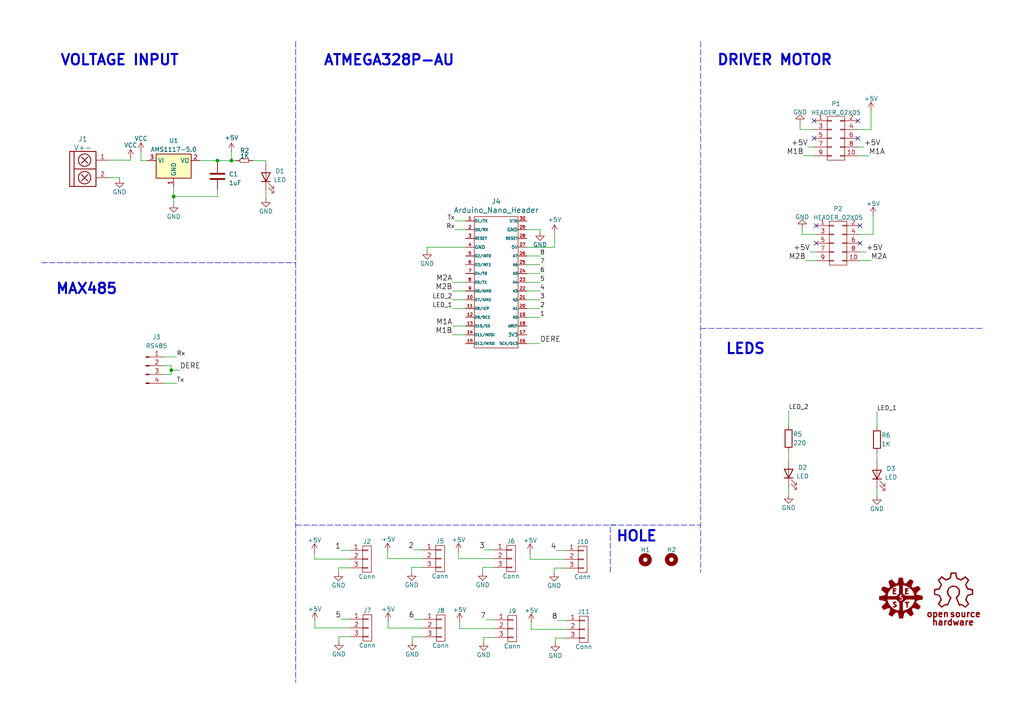
<source format=kicad_sch>
(kicad_sch (version 20230121) (generator eeschema)
  (paper "A4")
  (title_block (title "Driver Motor Shield - Atmega328P-AU") (date "2023-09-11") (rev "2.0") (company "E.E.S.T. N°5") (comment 1 "Autor: Mauricio Falcon") (comment 2 "CURSO: 7MO 3RA"))
  (lib_symbols
    (symbol "2019---Sumo---NANO---BTS7960-rescue:LOGO_ROTULO-EESTN5" (pin_names (offset 1.016))
      (symbol "LOGO_ROTULO-EESTN5_0_0"
        (polyline (pts (xy 1.8034 -2.921) (xy 1.8796 -2.8194) (xy 1.905 -2.6162) (xy 1.9304 -2.2352) (xy 1.9304 -1.7272) (xy 1.9558 -1.5748) (xy 2.032 -1.524) (xy 2.1844 -1.524) (xy 2.3368 -1.4732) (xy 2.4384 -1.3716) (xy 2.413 -1.3208) (xy 2.3368 -1.2446) (xy 2.1336 -1.2192) (xy 1.2954 -1.2192) (xy 1.143 -1.27) (xy 1.1176 -1.3716) (xy 1.143 -1.4478) (xy 1.3716 -1.524) (xy 1.4224 -1.524) (xy 1.524 -1.5494) (xy 1.5748 -1.6256) (xy 1.6002 -1.8542) (xy 1.6256 -2.2352) (xy 1.6256 -2.7432) (xy 1.6764 -2.8956) (xy 1.778 -2.9464) (xy 1.8034 -2.921)) (stroke (width 0.0254)) (fill (type outline)))
        (polyline (pts (xy -1.5748 1.0414) (xy -1.397 1.0922) (xy -1.3208 1.1684) (xy -1.3462 1.1938) (xy -1.4224 1.2954) (xy -1.6764 1.3208) (xy -1.905 1.3462) (xy -2.0066 1.4224) (xy -2.032 1.5748) (xy -2.032 1.7018) (xy -1.9558 1.8034) (xy -1.7272 1.8288) (xy -1.524 1.8796) (xy -1.4224 1.9812) (xy -1.4986 2.1082) (xy -1.7272 2.1336) (xy -1.9558 2.1844) (xy -2.032 2.286) (xy -2.032 2.3114) (xy -1.9558 2.413) (xy -1.6764 2.4384) (xy -1.651 2.4638) (xy -1.4224 2.4892) (xy -1.3208 2.5908) (xy -1.3716 2.6924) (xy -1.524 2.7432) (xy -2.3368 2.7432) (xy -2.3368 1.016) (xy -1.8288 1.016) (xy -1.5748 1.0414)) (stroke (width 0.0254)) (fill (type outline)))
        (polyline (pts (xy 1.9812 1.0414) (xy 2.159 1.0922) (xy 2.2352 1.1684) (xy 2.2098 1.1938) (xy 2.1336 1.2954) (xy 1.8796 1.3208) (xy 1.651 1.3462) (xy 1.5494 1.4224) (xy 1.524 1.5748) (xy 1.524 1.7018) (xy 1.6002 1.8034) (xy 1.8288 1.8288) (xy 2.032 1.8796) (xy 2.1336 1.9812) (xy 2.0574 2.1082) (xy 1.8288 2.1336) (xy 1.6002 2.1844) (xy 1.524 2.286) (xy 1.524 2.3114) (xy 1.6002 2.413) (xy 1.8796 2.4384) (xy 1.905 2.4638) (xy 2.1336 2.4892) (xy 2.2352 2.5908) (xy 2.1844 2.6924) (xy 2.032 2.7432) (xy 1.2192 2.7432) (xy 1.2192 1.016) (xy 1.7272 1.016) (xy 1.9812 1.0414)) (stroke (width 0.0254)) (fill (type outline)))
        (polyline (pts (xy -1.6256 -2.7686) (xy -1.4224 -2.667) (xy -1.27 -2.4892) (xy -1.2446 -2.2606) (xy -1.397 -2.0066) (xy -1.778 -1.778) (xy -1.905 -1.6764) (xy -2.032 -1.524) (xy -2.032 -1.4478) (xy -1.9304 -1.4224) (xy -1.4732 -1.4732) (xy -1.3716 -1.4478) (xy -1.3462 -1.3208) (xy -1.4732 -1.1684) (xy -1.7272 -1.1176) (xy -1.9812 -1.143) (xy -2.1844 -1.27) (xy -2.2606 -1.3208) (xy -2.3368 -1.5748) (xy -2.2352 -1.8288) (xy -1.9304 -2.032) (xy -1.6764 -2.2098) (xy -1.6002 -2.3368) (xy -1.6764 -2.4384) (xy -1.9558 -2.4638) (xy -1.9812 -2.4638) (xy -2.2606 -2.4892) (xy -2.3622 -2.6162) (xy -2.286 -2.7686) (xy -2.159 -2.8194) (xy -1.905 -2.8194) (xy -1.6256 -2.7686)) (stroke (width 0.0254)) (fill (type outline)))
        (polyline (pts (xy 0.762 -5.1816) (xy 0.8128 -4.953) (xy 0.9144 -4.6228) (xy 0.9906 -4.445) (xy 1.0922 -4.318) (xy 1.2446 -4.2418) (xy 1.3716 -4.2164) (xy 1.524 -4.2164) (xy 1.6764 -4.2926) (xy 1.8796 -4.4704) (xy 2.794 -5.3848) (xy 3.2258 -5.1054) (xy 3.3782 -5.0038) (xy 3.556 -4.8514) (xy 3.6576 -4.7498) (xy 3.6068 -4.6482) (xy 3.5306 -4.4196) (xy 3.4036 -4.0894) (xy 3.302 -3.8862) (xy 3.175 -3.5814) (xy 3.1496 -3.3782) (xy 3.2004 -3.2258) (xy 3.429 -2.9972) (xy 3.556 -2.9464) (xy 3.7084 -2.9718) (xy 3.9624 -3.0226) (xy 4.3688 -3.1496) (xy 5.1562 -3.429) (xy 5.4102 -2.9718) (xy 5.5118 -2.8194) (xy 5.6388 -2.5908) (xy 5.6896 -2.4892) (xy 5.6642 -2.4892) (xy 5.5626 -2.3622) (xy 5.3086 -2.1844) (xy 5.0038 -1.9558) (xy 4.6736 -1.6764) (xy 4.445 -1.4732) (xy 4.3942 -1.3208) (xy 4.4196 -1.27) (xy 4.4704 -1.0922) (xy 4.572 -0.9144) (xy 4.7752 -0.762) (xy 5.0292 -0.7112) (xy 5.1308 -0.6858) (xy 5.4356 -0.6604) (xy 5.7658 -0.5842) (xy 6.2992 -0.4826) (xy 6.2992 0.0254) (xy 6.2738 0.0508) (xy 6.2738 0.3048) (xy 6.223 0.4572) (xy 6.096 0.5588) (xy 5.842 0.6096) (xy 5.4356 0.6604) (xy 5.1054 0.7112) (xy 4.7752 0.7874) (xy 4.572 0.8382) (xy 4.4704 0.9398) (xy 4.4196 1.0922) (xy 4.4196 1.2446) (xy 4.5212 1.397) (xy 4.699 1.6256) (xy 5.0292 1.905) (xy 5.1562 2.0066) (xy 5.6134 2.4638) (xy 5.6642 2.54) (xy 5.6642 2.5908) (xy 5.5372 2.7686) (xy 5.334 2.9972) (xy 5.0292 3.3782) (xy 3.4544 2.8194) (xy 3.2258 3.0226) (xy 2.9972 3.2512) (xy 3.302 3.9878) (xy 3.3274 4.0894) (xy 3.4544 4.4196) (xy 3.556 4.6736) (xy 3.5814 4.7752) (xy 3.5052 4.8514) (xy 3.302 4.9784) (xy 3.048 5.1308) (xy 2.8448 5.2324) (xy 2.7178 5.2832) (xy 2.6924 5.2832) (xy 2.5908 5.2324) (xy 2.4384 5.1054) (xy 2.2098 4.8768) (xy 1.8796 4.4958) (xy 1.524 4.1402) (xy 1.3716 4.0894) (xy 1.143 4.1148) (xy 0.889 4.2164) (xy 0.7874 4.3434) (xy 0.7366 4.5974) (xy 0.635 5.0038) (xy 0.4572 5.7912) (xy -0.5842 5.7912) (xy -0.7112 5.1054) (xy -0.8128 4.699) (xy -0.889 4.4196) (xy -0.9652 4.2418) (xy -1.0922 4.1656) (xy -1.2954 4.1148) (xy -1.524 4.1148) (xy -1.6764 4.191) (xy -1.8796 4.3688) (xy -2.1336 4.6736) (xy -2.6924 5.2832) (xy -3.0988 5.0546) (xy -3.2258 4.953) (xy -3.4544 4.8006) (xy -3.556 4.6736) (xy -3.5306 4.5212) (xy -3.4544 4.2164) (xy -3.3528 3.8608) (xy -3.1242 3.175) (xy -3.3528 2.9464) (xy -3.556 2.7178) (xy -4.0386 2.8956) (xy -4.572 3.0734) (xy -4.9022 3.1496) (xy -5.0546 3.1496) (xy -5.2324 3.1242) (xy -5.3594 3.0226) (xy -5.5118 2.7432) (xy -5.5626 2.6162) (xy -5.6388 2.3876) (xy -5.6388 2.2606) (xy -5.5118 2.1336) (xy -5.2832 1.9558) (xy -4.9784 1.7018) (xy -4.7752 1.524) (xy -4.5466 1.3208) (xy -4.4704 1.143) (xy -4.445 0.9906) (xy -4.4704 0.889) (xy -4.5212 0.8128) (xy -4.6228 0.7366) (xy -4.826 0.6858) (xy -5.1562 0.6096) (xy -5.6388 0.508) (xy -6.1722 0.4064) (xy -3.8608 0.4064) (xy -3.8608 0.7874) (xy -3.8354 1.1176) (xy -3.6068 1.6256) (xy -3.2512 2.159) (xy -2.7686 2.6416) (xy -2.6416 2.7432) (xy -2.159 3.048) (xy -1.651 3.3274) (xy -1.1684 3.5052) (xy -0.762 3.556) (xy -0.508 3.556) (xy -0.508 1.1938) (xy -0.5588 1.143) (xy 0.508 1.143) (xy 0.508 3.429) (xy 0.5588 3.5814) (xy 0.6096 3.6322) (xy 0.6858 3.6322) (xy 0.9144 3.5814) (xy 1.1938 3.5052) (xy 1.3462 3.4798) (xy 1.9304 3.2512) (xy 2.4892 2.8702) (xy 2.9972 2.413) (xy 3.429 1.905) (xy 3.7338 1.3716) (xy 3.8608 0.8636) (xy 3.9116 0.5588) (xy 2.5654 0.5334) (xy 2.0066 0.5334) (xy 1.5748 0.5588) (xy 1.2954 0.5842) (xy 1.2192 0.6096) (xy 1.0668 0.762) (xy 0.8636 0.9144) (xy 0.508 1.143) (xy -0.5588 1.143) (xy -0.9398 0.8128) (xy -1.3716 0.4064) (xy -3.8608 0.4064) (xy -6.1722 0.4064) (xy -6.3246 0.381) (xy -6.2992 -0.127) (xy -6.2738 -0.508) (xy -3.9878 -0.508) (xy -1.3208 -0.508) (xy -1.1938 -0.6604) (xy -0.508 -0.6604) (xy -0.4318 -0.5588) (xy -0.127 -0.5334) (xy 0.0762 -0.5334) (xy 0.2032 -0.4826) (xy 0.254 -0.3556) (xy 0.2286 -0.2794) (xy 0.1524 -0.1524) (xy -0.0762 -0.1016) (xy -0.2032 -0.1016) (xy -0.3556 -0.0508) (xy -0.4064 0.1016) (xy -0.4064 0.8128) (xy 0.2286 0.8128) (xy 0.4318 0.762) (xy 0.508 0.6604) (xy 0.4318 0.5588) (xy 0.2032 0.508) (xy 0 0.4826) (xy -0.1016 0.4064) (xy -0.0254 0.2794) (xy 0.2286 0.1524) (xy 0.3556 0.127) (xy 0.508 -0.0254) (xy 0.5842 -0.254) (xy 0.5842 -0.2794) (xy 0.5588 -0.5588) (xy 0.381 -0.7366) (xy 0.3302 -0.762) (xy 0.0508 -0.8636) (xy -0.2286 -0.889) (xy -0.4318 -0.8128) (xy -0.508 -0.6604) (xy -1.1938 -0.6604) (xy -1.016 -0.8636) (xy -0.9144 -0.9652) (xy -0.7112 -1.143) (xy -0.5588 -1.2192) (xy -0.508 -1.2192) (xy -0.4572 -1.3462) (xy -0.4318 -1.5494) (xy -0.4318 -1.9304) (xy -0.4318 -2.032) (xy 0.508 -2.032) (xy 0.5334 -1.5748) (xy 0.5588 -1.2954) (xy 0.5842 -1.2192) (xy 0.6604 -1.1938) (xy 0.8382 -1.0414) (xy 1.0922 -0.8636) (xy 1.4732 -0.508) (xy 4.064 -0.508) (xy 3.9878 -0.8382) (xy 3.9878 -0.889) (xy 3.81 -1.3462) (xy 3.556 -1.8542) (xy 3.2258 -2.3368) (xy 2.921 -2.667) (xy 2.6924 -2.8448) (xy 2.3114 -3.1242) (xy 1.9304 -3.3274) (xy 1.6256 -3.4798) (xy 1.2192 -3.6322) (xy 0.9144 -3.7338) (xy 0.508 -3.8354) (xy 0.508 -2.032) (xy -0.4318 -2.032) (xy -0.4064 -2.4892) (xy -0.4064 -2.8448) (xy -0.4318 -3.302) (xy -0.4572 -3.5814) (xy -0.5588 -3.7084) (xy -0.7366 -3.7592) (xy -0.9906 -3.683) (xy -1.3716 -3.5814) (xy -1.9304 -3.3528) (xy -2.6162 -2.8956) (xy -3.175 -2.286) (xy -3.6322 -1.5748) (xy -3.9116 -0.7874) (xy -3.9878 -0.508) (xy -6.2738 -0.508) (xy -6.2484 -0.635) (xy -5.3848 -0.7874) (xy -5.0546 -0.8382) (xy -4.7498 -0.9144) (xy -4.572 -0.9652) (xy -4.4704 -1.0668) (xy -4.4196 -1.1938) (xy -4.4196 -1.3716) (xy -4.4958 -1.524) (xy -4.6736 -1.7272) (xy -4.9784 -2.032) (xy -5.08 -2.1082) (xy -5.5372 -2.5654) (xy -5.6134 -2.6924) (xy -5.588 -2.7178) (xy -5.4864 -2.8956) (xy -5.3086 -3.1242) (xy -5.0292 -3.4798) (xy -4.2164 -3.2004) (xy -3.8608 -3.0734) (xy -3.6068 -2.9972) (xy -3.429 -2.9972) (xy -3.3274 -3.0226) (xy -3.2258 -3.1242) (xy -3.1496 -3.2258) (xy -3.0988 -3.3274) (xy -3.0988 -3.4798) (xy -3.175 -3.7084) (xy -3.302 -4.1148) (xy -3.3528 -4.2418) (xy -3.4544 -4.572) (xy -3.5306 -4.826) (xy -3.5306 -4.9276) (xy -3.5052 -4.953) (xy -3.302 -5.0546) (xy -3.048 -5.207) (xy -2.5654 -5.461) (xy -2.0574 -4.826) (xy -1.7526 -4.4958) (xy -1.524 -4.318) (xy -1.3462 -4.2418) (xy -1.1684 -4.2418) (xy -1.016 -4.2926) (xy -0.9144 -4.3942) (xy -0.8128 -4.5974) (xy -0.7112 -4.9276) (xy -0.6096 -5.4102) (xy -0.508 -5.9944) (xy 0.5842 -5.9944) (xy 0.762 -5.1816)) (stroke (width 0.0254)) (fill (type outline)))
      )
    )
    (symbol "2019---Sumo---NANO---BTS7960-rescue:OSHWA-EESTN5" (pin_names (offset 1.016))
      (symbol "OSHWA-EESTN5_0_0"
        (polyline (pts (xy 5.7912 2.667) (xy 5.5372 2.7178) (xy 5.4864 2.7432) (xy 5.4864 1.8796) (xy 5.4864 1.8288) (xy 5.4864 1.6002) (xy 5.4864 1.4732) (xy 5.4102 1.3716) (xy 5.2832 1.3208) (xy 5.0038 1.27) (xy 4.6228 1.1938) (xy 4.572 1.1684) (xy 4.318 1.1176) (xy 4.1656 1.0414) (xy 4.0386 0.889) (xy 3.937 0.6604) (xy 3.8354 0.4064) (xy 3.683 0.0762) (xy 3.6068 -0.1778) (xy 3.5814 -0.3556) (xy 3.6322 -0.5334) (xy 3.7592 -0.7366) (xy 3.9116 -0.9906) (xy 4.318 -1.5494) (xy 3.937 -1.9304) (xy 3.5814 -2.3114) (xy 3.048 -1.9558) (xy 2.794 -1.778) (xy 2.5654 -1.651) (xy 2.3876 -1.6256) (xy 2.2098 -1.6256) (xy 1.905 -1.6764) (xy 1.4986 -0.7112) (xy 1.1176 0.2286) (xy 1.397 0.508) (xy 1.5748 0.6604) (xy 1.8034 1.016) (xy 1.9304 1.397) (xy 1.9812 1.8542) (xy 1.9812 1.9304) (xy 1.9558 2.2606) (xy 1.905 2.54) (xy 1.7526 2.8194) (xy 1.4732 3.175) (xy 1.0668 3.5052) (xy 0.5842 3.683) (xy 0.1016 3.7338) (xy -0.4064 3.6576) (xy -0.889 3.429) (xy -1.2954 3.048) (xy -1.3462 2.9972) (xy -1.6256 2.5146) (xy -1.7526 2.0066) (xy -1.7018 1.4986) (xy -1.4986 0.9906) (xy -1.143 0.508) (xy -0.8636 0.2032) (xy -1.2446 -0.7366) (xy -1.651 -1.6764) (xy -1.9558 -1.6256) (xy -2.1082 -1.6256) (xy -2.286 -1.651) (xy -2.4892 -1.7526) (xy -2.7686 -1.9304) (xy -3.2766 -2.2606) (xy -3.6576 -1.905) (xy -4.0132 -1.524) (xy -3.6322 -0.9652) (xy -3.2766 -0.4064) (xy -3.429 0.0254) (xy -3.4544 0.1016) (xy -3.6068 0.508) (xy -3.7338 0.7874) (xy -3.8862 0.9906) (xy -4.0894 1.0922) (xy -4.3688 1.1938) (xy -4.7752 1.27) (xy -5.2578 1.3716) (xy -5.2324 1.905) (xy -5.207 2.413) (xy -4.5212 2.54) (xy -3.8608 2.667) (xy -3.5814 3.2512) (xy -3.556 3.302) (xy -3.4036 3.6068) (xy -3.3274 3.8862) (xy -3.2766 4.0386) (xy -3.3274 4.2164) (xy -3.4544 4.445) (xy -3.6322 4.7244) (xy -3.6576 4.7498) (xy -3.81 5.0292) (xy -3.937 5.207) (xy -3.9878 5.3086) (xy -3.9878 5.334) (xy -3.8862 5.461) (xy -3.7338 5.6388) (xy -3.5306 5.8166) (xy -3.3782 5.969) (xy -3.2766 6.0198) (xy -3.1496 5.9436) (xy -2.9464 5.8166) (xy -2.6924 5.6388) (xy -2.6162 5.588) (xy -2.3622 5.4102) (xy -2.159 5.3086) (xy -2.032 5.2578) (xy -1.8796 5.3086) (xy -1.6256 5.3848) (xy -1.3208 5.5118) (xy -1.2446 5.5372) (xy -0.9144 5.6896) (xy -0.7112 5.842) (xy -0.635 5.969) (xy -0.6096 6.096) (xy -0.5588 6.3754) (xy -0.4826 6.6802) (xy -0.381 7.239) (xy 0.127 7.239) (xy 0.635 7.239) (xy 0.7366 6.731) (xy 0.7874 6.477) (xy 0.8636 6.1722) (xy 0.9398 5.9436) (xy 1.0414 5.8166) (xy 1.1684 5.715) (xy 1.3462 5.6134) (xy 1.4478 5.5626) (xy 1.778 5.4356) (xy 2.032 5.334) (xy 2.1844 5.2832) (xy 2.3114 5.2832) (xy 2.4638 5.334) (xy 2.667 5.4356) (xy 2.9464 5.6388) (xy 3.556 6.0452) (xy 3.937 5.6896) (xy 4.2926 5.3086) (xy 3.9116 4.7498) (xy 3.8354 4.6228) (xy 3.683 4.318) (xy 3.5814 4.0894) (xy 3.6068 3.8354) (xy 3.683 3.5306) (xy 3.8862 3.1496) (xy 4.1148 2.667) (xy 4.7752 2.54) (xy 5.461 2.413) (xy 5.4864 1.8796) (xy 5.4864 2.7432) (xy 5.4102 2.7432) (xy 5.1054 2.8194) (xy 4.8006 2.8956) (xy 4.2926 2.9718) (xy 4.064 3.5306) (xy 3.81 4.0894) (xy 4.2418 4.7244) (xy 4.6736 5.3594) (xy 4.1148 5.9182) (xy 3.5814 6.4516) (xy 2.921 6.0198) (xy 2.286 5.5626) (xy 1.7526 5.7912) (xy 1.1938 6.0452) (xy 1.0922 6.5532) (xy 1.0668 6.8072) (xy 0.9906 7.0866) (xy 0.9652 7.3152) (xy 0.9144 7.5438) (xy 0.127 7.5438) (xy -0.6604 7.5438) (xy -0.762 6.9342) (xy -0.8128 6.6802) (xy -0.889 6.35) (xy -0.9652 6.1214) (xy -1.0922 5.9944) (xy -1.27 5.8928) (xy -1.524 5.7658) (xy -2.032 5.588) (xy -2.667 6.0198) (xy -3.3274 6.477) (xy -3.8608 5.9182) (xy -4.4196 5.3594) (xy -3.9878 4.7244) (xy -3.556 4.0894) (xy -3.7846 3.556) (xy -3.7846 3.5306) (xy -3.8862 3.2766) (xy -3.9878 3.0734) (xy -4.0132 2.9972) (xy -4.0386 2.9718) (xy -4.191 2.9464) (xy -4.445 2.8956) (xy -4.7752 2.8194) (xy -5.5118 2.6924) (xy -5.5118 1.905) (xy -5.5118 1.143) (xy -4.9022 1.016) (xy -4.8768 1.016) (xy -4.5466 0.9652) (xy -4.2926 0.889) (xy -4.1402 0.8382) (xy -4.1148 0.8128) (xy -4.0132 0.6604) (xy -3.8862 0.4318) (xy -3.7592 0.1524) (xy -3.683 -0.1016) (xy -3.6576 -0.3048) (xy -3.7084 -0.4572) (xy -3.8608 -0.6858) (xy -4.0386 -0.9652) (xy -4.4196 -1.524) (xy -3.8862 -2.0828) (xy -3.7846 -2.2098) (xy -3.556 -2.413) (xy -3.3782 -2.5654) (xy -3.3274 -2.6162) (xy -3.302 -2.6162) (xy -3.2004 -2.54) (xy -2.9972 -2.413) (xy -2.7178 -2.2352) (xy -2.5654 -2.1082) (xy -2.3368 -1.9558) (xy -2.1844 -1.905) (xy -2.0574 -1.905) (xy -1.905 -1.9304) (xy -1.7018 -2.0066) (xy -1.5748 -2.0574) (xy -1.5494 -2.032) (xy -1.4732 -1.8796) (xy -1.3462 -1.6256) (xy -1.1684 -1.27) (xy -0.9906 -0.8636) (xy -0.4826 0.3556) (xy -0.8382 0.6604) (xy -1.016 0.8128) (xy -1.27 1.2192) (xy -1.4224 1.651) (xy -1.4224 2.1082) (xy -1.2954 2.5146) (xy -1.0922 2.8956) (xy -0.762 3.2004) (xy -0.3556 3.4036) (xy 0.1524 3.4798) (xy 0.4826 3.429) (xy 0.9144 3.2766) (xy 1.27 2.9718) (xy 1.5494 2.5908) (xy 1.6764 2.159) (xy 1.6764 1.8288) (xy 1.6256 1.4478) (xy 1.4732 1.0922) (xy 1.1684 0.762) (xy 0.762 0.3556) (xy 1.2446 -0.8128) (xy 1.3208 -1.016) (xy 1.4732 -1.397) (xy 1.6256 -1.7272) (xy 1.7272 -1.9558) (xy 1.778 -2.0574) (xy 1.8796 -2.0828) (xy 2.032 -2.0066) (xy 2.1844 -1.905) (xy 2.3114 -1.8796) (xy 2.4892 -1.905) (xy 2.7178 -2.032) (xy 3.0226 -2.2352) (xy 3.5814 -2.6416) (xy 4.1402 -2.0828) (xy 4.6736 -1.524) (xy 4.2926 -0.9652) (xy 4.2164 -0.8636) (xy 4.064 -0.6096) (xy 3.937 -0.381) (xy 3.8862 -0.2794) (xy 3.8862 -0.254) (xy 3.937 -0.0762) (xy 4.0386 0.1778) (xy 4.1402 0.4572) (xy 4.2418 0.6858) (xy 4.318 0.7874) (xy 4.3434 0.8128) (xy 4.4958 0.8636) (xy 4.7498 0.9398) (xy 5.08 1.016) (xy 5.7912 1.143) (xy 5.7912 1.905) (xy 5.7912 2.667) (xy 5.7912 2.667)) (stroke (width 0.0254)) (fill (type outline)))
        (text "hardware" (at -0.0254 -6.858 0) (effects (font (size 1.778 1.778) bold)))
        (text "open" (at -4.445 -4.445 0) (effects (font (size 1.778 1.778) bold)))
        (text "source" (at 3.556 -4.445 0) (effects (font (size 1.778 1.778) bold)))
      )
    )
    (symbol "Connector:Conn_01x04_Pin" (pin_names (offset 1.016) hide)
      (property "Reference" "J" (at 0 5.08 0))
      (property "Value" "Conn_01x04_Pin" (at 0 -7.62 0))
      (symbol "Conn_01x04_Pin_1_1"
        (polyline (pts (xy 1.27 -5.08) (xy 0.8636 -5.08)) (stroke (width 0.1524)))
        (polyline (pts (xy 1.27 -2.54) (xy 0.8636 -2.54)) (stroke (width 0.1524)))
        (polyline (pts (xy 1.27 0) (xy 0.8636 0)) (stroke (width 0.1524)))
        (polyline (pts (xy 1.27 2.54) (xy 0.8636 2.54)) (stroke (width 0.1524)))
        (rectangle (start 0.8636 -4.953) (end 0 -5.207) (stroke (width 0.1524)) (fill (type outline)))
        (rectangle (start 0.8636 -2.413) (end 0 -2.667) (stroke (width 0.1524)) (fill (type outline)))
        (rectangle (start 0.8636 0.127) (end 0 -0.127) (stroke (width 0.1524)) (fill (type outline)))
        (rectangle (start 0.8636 2.667) (end 0 2.413) (stroke (width 0.1524)) (fill (type outline)))
        (pin passive line (at 5.08 2.54 180) (length 3.81) (name "Pin_1") (number "1"))
        (pin passive line (at 5.08 0 180) (length 3.81) (name "Pin_2") (number "2"))
        (pin passive line (at 5.08 -2.54 180) (length 3.81) (name "Pin_3") (number "3"))
        (pin passive line (at 5.08 -5.08 180) (length 3.81) (name "Pin_4") (number "4"))
      )
    )
    (symbol "Device:C" (pin_numbers hide) (pin_names (offset 0.254))
      (property "Reference" "C" (at 0.635 2.54 0))
      (property "Value" "C" (at 0.635 -2.54 0))
      (symbol "C_0_1"
        (polyline (pts (xy -2.032 -0.762) (xy 2.032 -0.762)) (stroke (width 0.508)))
        (polyline (pts (xy -2.032 0.762) (xy 2.032 0.762)) (stroke (width 0.508)))
      )
      (symbol "C_1_1"
        (pin passive line (at 0 3.81 270) (length 2.794) (name "~") (number "1"))
        (pin passive line (at 0 -3.81 90) (length 2.794) (name "~") (number "2"))
      )
    )
    (symbol "Device:LED" (pin_numbers hide) (pin_names (offset 1.016) hide)
      (property "Reference" "D" (at 0 2.54 0))
      (property "Value" "LED" (at 0 -2.54 0))
      (symbol "LED_0_1"
        (polyline (pts (xy -1.27 -1.27) (xy -1.27 1.27)) (stroke (width 0.254)))
        (polyline (pts (xy -1.27 0) (xy 1.27 0)))
        (polyline (pts (xy 1.27 -1.27) (xy 1.27 1.27) (xy -1.27 0) (xy 1.27 -1.27)) (stroke (width 0.254)))
        (polyline (pts (xy -3.048 -0.762) (xy -4.572 -2.286) (xy -3.81 -2.286) (xy -4.572 -2.286) (xy -4.572 -1.524)))
        (polyline (pts (xy -1.778 -0.762) (xy -3.302 -2.286) (xy -2.54 -2.286) (xy -3.302 -2.286) (xy -3.302 -1.524)))
      )
      (symbol "LED_1_1"
        (pin passive line (at -3.81 0 0) (length 2.54) (name "K") (number "1"))
        (pin passive line (at 3.81 0 180) (length 2.54) (name "A") (number "2"))
      )
    )
    (symbol "Device:R" (pin_numbers hide) (pin_names (offset 0))
      (property "Reference" "R" (at 2.032 0 90))
      (property "Value" "R" (at 0 0 90))
      (symbol "R_0_1"
        (rectangle (start -1.016 -2.54) (end 1.016 2.54) (stroke (width 0.254)))
      )
      (symbol "R_1_1"
        (pin passive line (at 0 3.81 270) (length 1.27) (name "~") (number "1"))
        (pin passive line (at 0 -3.81 90) (length 1.27) (name "~") (number "2"))
      )
    )
    (symbol "EESTN5-v2:Arduino_Nano_Header" (pin_names (offset 0.0254))
      (property "Reference" "J" (at 0 20.32 0))
      (property "Value" "Arduino_Nano_Header" (at 0 -20.32 0))
      (symbol "Arduino_Nano_Header_0_1"
        (rectangle (start 6.35 -19.05) (end -6.35 19.05))
      )
      (symbol "Arduino_Nano_Header_1_1"
        (pin passive line (at -8.89 17.78 0) (length 2.54) (name "D1/TX") (number "1"))
        (pin passive line (at -8.89 -5.08 0) (length 2.54) (name "D7/AIN1") (number "10"))
        (pin passive line (at -8.89 -7.62 0) (length 2.54) (name "D8/ICP") (number "11"))
        (pin passive line (at -8.89 -10.16 0) (length 2.54) (name "D9/0C1") (number "12"))
        (pin passive line (at -8.89 -12.7 0) (length 2.54) (name "D10/SS") (number "13"))
        (pin passive line (at -8.89 -15.24 0) (length 2.54) (name "D11/MOSI") (number "14"))
        (pin passive line (at -8.89 -17.78 0) (length 2.54) (name "D12/MISO") (number "15"))
        (pin passive line (at 8.89 -17.78 180) (length 2.54) (name "SCK/D13") (number "16"))
        (pin passive line (at 8.89 -15.24 180) (length 2.54) (name "3V3") (number "17"))
        (pin passive line (at 8.89 -12.7 180) (length 2.54) (name "AREF") (number "18"))
        (pin passive line (at 8.89 -10.16 180) (length 2.54) (name "A0") (number "19"))
        (pin passive line (at -8.89 15.24 0) (length 2.54) (name "D0/RX") (number "2"))
        (pin passive line (at 8.89 -7.62 180) (length 2.54) (name "A1") (number "20"))
        (pin passive line (at 8.89 -5.08 180) (length 2.54) (name "A2") (number "21"))
        (pin passive line (at 8.89 -2.54 180) (length 2.54) (name "A3") (number "22"))
        (pin passive line (at 8.89 0 180) (length 2.54) (name "A4") (number "23"))
        (pin passive line (at 8.89 2.54 180) (length 2.54) (name "A5") (number "24"))
        (pin passive line (at 8.89 5.08 180) (length 2.54) (name "A6") (number "25"))
        (pin passive line (at 8.89 7.62 180) (length 2.54) (name "A7") (number "26"))
        (pin passive line (at 8.89 10.16 180) (length 2.54) (name "5V") (number "27"))
        (pin passive line (at 8.89 12.7 180) (length 2.54) (name "RESET") (number "28"))
        (pin passive line (at 8.89 15.24 180) (length 2.54) (name "GND") (number "29"))
        (pin passive line (at -8.89 12.7 0) (length 2.54) (name "RESET") (number "3"))
        (pin passive line (at 8.89 17.78 180) (length 2.54) (name "VIN") (number "30"))
        (pin passive line (at -8.89 10.16 0) (length 2.54) (name "GND") (number "4"))
        (pin passive line (at -8.89 7.62 0) (length 2.54) (name "D2/INT0") (number "5"))
        (pin passive line (at -8.89 5.08 0) (length 2.54) (name "D3/INT1") (number "6"))
        (pin passive line (at -8.89 2.54 0) (length 2.54) (name "D4/T0") (number "7"))
        (pin passive line (at -8.89 0 0) (length 2.54) (name "D5/T1") (number "8"))
        (pin passive line (at -8.89 -2.54 0) (length 2.54) (name "D6/AIN0") (number "9"))
      )
    )
    (symbol "EESTN5-v2:HEADER_02X05" (pin_names (offset 0.0254) hide)
      (property "Reference" "P" (at 0 7.62 0))
      (property "Value" "HEADER_02X05" (at 0 -7.62 0))
      (symbol "HEADER_02X05_0_1"
        (rectangle (start -2.54 -4.953) (end -1.27 -5.207))
        (rectangle (start -2.54 -2.413) (end -1.27 -2.667))
        (rectangle (start -2.54 0.127) (end -1.27 -0.127))
        (rectangle (start -2.54 2.667) (end -1.27 2.413))
        (rectangle (start -2.54 5.207) (end -1.27 4.953))
        (rectangle (start -2.54 6.35) (end 2.54 -6.35))
        (rectangle (start 1.27 -4.953) (end 2.54 -5.207))
        (rectangle (start 1.27 -2.413) (end 2.54 -2.667))
        (rectangle (start 1.27 0.127) (end 2.54 -0.127))
        (rectangle (start 1.27 2.667) (end 2.54 2.413))
        (rectangle (start 1.27 5.207) (end 2.54 4.953))
      )
      (symbol "HEADER_02X05_1_1"
        (pin passive line (at -6.35 5.08 0) (length 3.81) (name "P1") (number "1"))
        (pin passive line (at 6.35 -5.08 180) (length 3.81) (name "P10") (number "10"))
        (pin passive line (at 6.35 5.08 180) (length 3.81) (name "P2") (number "2"))
        (pin passive line (at -6.35 2.54 0) (length 3.81) (name "P3") (number "3"))
        (pin passive line (at 6.35 2.54 180) (length 3.81) (name "P4") (number "4"))
        (pin passive line (at -6.35 0 0) (length 3.81) (name "P5") (number "5"))
        (pin passive line (at 6.35 0 180) (length 3.81) (name "P6") (number "6"))
        (pin passive line (at -6.35 -2.54 0) (length 3.81) (name "P7") (number "7"))
        (pin passive line (at 6.35 -2.54 180) (length 3.81) (name "P8") (number "8"))
        (pin passive line (at -6.35 -5.08 0) (length 3.81) (name "P9") (number "9"))
      )
    )
    (symbol "EESTN5-v2:Mounting_Hole" (pin_names (offset 1.016))
      (property "Reference" "H" (at 0 5.08 0))
      (symbol "Mounting_Hole_0_1"
        (circle (center 0 0) (radius 1.27) (stroke (width 1.27)))
      )
    )
    (symbol "EESTN5-v2:TB_1X2" (pin_names (offset 1.016))
      (property "Reference" "J" (at 0 7.62 0))
      (property "Value" "TB_1X2" (at 1.27 -7.62 0))
      (symbol "TB_1X2_0_1"
        (rectangle (start -2.54 5.08) (end 5.08 -5.08) (stroke (width 0.254)))
        (polyline (pts (xy -1.27 0) (xy 5.08 0)) (stroke (width 0.254)))
        (polyline (pts (xy -1.27 5.08) (xy -1.27 -5.08)) (stroke (width 0.254)))
        (polyline (pts (xy 0.889 -3.429) (xy 2.667 -1.651)) (stroke (width 0.254)))
        (polyline (pts (xy 0.889 -1.651) (xy 2.667 -3.429)) (stroke (width 0.254)))
        (polyline (pts (xy 0.889 1.651) (xy 2.667 3.429)) (stroke (width 0.254)))
        (polyline (pts (xy 0.889 3.429) (xy 2.667 1.651)) (stroke (width 0.254)))
        (circle (center 1.778 -2.54) (radius 1.8034) (stroke (width 0.254)))
        (circle (center 1.778 2.54) (radius 1.8034) (stroke (width 0.254)))
      )
      (symbol "TB_1X2_1_1"
        (pin input line (at 8.89 2.54 180) (length 3.81) (name "~") (number "1"))
        (pin input line (at 8.89 -2.54 180) (length 3.81) (name "~") (number "2"))
      )
    )
    (symbol "EESTN5:R" (pin_numbers hide) (pin_names (offset 0))
      (property "Reference" "R" (at -1.27 0 90))
      (property "Value" "R" (at 1.27 0 90))
      (symbol "R_0_1"
        (rectangle (start 0.508 1.27) (end -0.508 -1.27))
      )
      (symbol "R_1_1"
        (pin passive line (at 0 2.54 270) (length 1.27) (name "~") (number "1"))
        (pin passive line (at 0 -2.54 90) (length 1.27) (name "~") (number "2"))
      )
    )
    (symbol "Regulator_Linear:AMS1117-5.0"
      (property "Reference" "U" (at -3.81 3.175 0))
      (property "Value" "AMS1117-5.0" (at 0 3.175 0))
      (symbol "AMS1117-5.0_0_1"
        (rectangle (start -5.08 -5.08) (end 5.08 1.905) (stroke (width 0.254)) (fill (type background)))
      )
      (symbol "AMS1117-5.0_1_1"
        (pin power_in line (at 0 -7.62 90) (length 2.54) (name "GND") (number "1"))
        (pin power_out line (at 7.62 0 180) (length 2.54) (name "VO") (number "2"))
        (pin power_in line (at -7.62 0 0) (length 2.54) (name "VI") (number "3"))
      )
    )
    (symbol "Sensor_Linea_Bonaerenses-rescue:Conn_01X03" (pin_names (offset 1.016) hide)
      (property "Reference" "J" (at 0 5.08 0))
      (property "Value" "Conn_01X03" (at 0 -5.08 0))
      (symbol "Conn_01X03_0_1"
        (rectangle (start -1.27 -2.413) (end 0.254 -2.667))
        (rectangle (start -1.27 0.127) (end 0.254 -0.127))
        (rectangle (start -1.27 2.667) (end 0.254 2.413))
        (rectangle (start -1.27 3.81) (end 1.27 -3.81))
      )
      (symbol "Conn_01X03_1_1"
        (pin passive line (at -5.08 2.54 0) (length 3.81) (name "P1") (number "1"))
        (pin passive line (at -5.08 0 0) (length 3.81) (name "P2") (number "2"))
        (pin passive line (at -5.08 -2.54 0) (length 3.81) (name "P3") (number "3"))
      )
    )
    (symbol "power:+5V" (power) (pin_names (offset 0))
      (property "Value" "+5V" (at 0 3.556 0))
      (symbol "+5V_0_1"
        (polyline (pts (xy -0.762 1.27) (xy 0 2.54)))
        (polyline (pts (xy 0 0) (xy 0 2.54)))
        (polyline (pts (xy 0 2.54) (xy 0.762 1.27)))
      )
      (symbol "+5V_1_1"
        (pin power_in line (at 0 0 90) (length 0) hide (name "+5V") (number "1"))
      )
    )
    (symbol "power:GND" (power) (pin_names (offset 0))
      (property "Value" "GND" (at 0 -3.81 0))
      (symbol "GND_0_1"
        (polyline (pts (xy 0 0) (xy 0 -1.27) (xy 1.27 -1.27) (xy 0 -2.54) (xy -1.27 -1.27) (xy 0 -1.27)))
      )
      (symbol "GND_1_1"
        (pin power_in line (at 0 0 270) (length 0) hide (name "GND") (number "1"))
      )
    )
    (symbol "power:VCC" (power) (pin_names (offset 0))
      (property "Value" "VCC" (at 0 3.81 0))
      (symbol "VCC_0_1"
        (polyline (pts (xy -0.762 1.27) (xy 0 2.54)))
        (polyline (pts (xy 0 0) (xy 0 2.54)))
        (polyline (pts (xy 0 2.54) (xy 0.762 1.27)))
      )
      (symbol "VCC_1_1"
        (pin power_in line (at 0 0 90) (length 0) hide (name "VCC") (number "1"))
      )
    )
  )
  (junction (at 50.3682 56.9976))
  (junction (at 67.1322 46.5836))
  (junction (at 49.6824 107.3658))
  (junction (at 63.0682 46.5836))
  (no_connect (at 236.728 65.4558))
  (no_connect (at 236.1184 40.1066))
  (no_connect (at 249.428 70.5358))
  (no_connect (at 248.8184 35.0266))
  (no_connect (at 236.728 70.5358))
  (no_connect (at 249.428 65.4558))
  (no_connect (at 236.1184 35.0266))
  (no_connect (at 248.8184 40.1066))
  (wire (pts (xy 34.671 51.5366) (xy 34.671 51.8668)))
  (wire (pts (xy 236.728 73.0758) (xy 234.95 73.0758)))
  (wire (pts (xy 232.664 67.9958) (xy 232.664 66.2178)))
  (wire (pts (xy 67.1322 46.5836) (xy 68.326 46.5836)))
  (wire (pts (xy 164.2364 179.9844) (xy 161.6964 179.9844)))
  (wire (pts (xy 248.8184 42.6466) (xy 250.5964 42.6466)))
  (wire (pts (xy 51.2318 103.5304) (xy 47.4218 103.5304)))
  (wire (pts (xy 228.727 119.0752) (xy 228.727 123.3932)))
  (wire (pts (xy 152.8064 86.9442) (xy 156.6164 86.9442)))
  (wire (pts (xy 112.4204 162.0266) (xy 112.4204 160.1216)))
  (wire (pts (xy 153.7462 162.2298) (xy 153.7462 160.3248)))
  (wire (pts (xy 152.8064 74.2442) (xy 156.6164 74.2442)))
  (wire (pts (xy 50.3682 56.9976) (xy 50.3682 54.2036)))
  (wire (pts (xy 123.8758 71.7042) (xy 123.8758 72.644)))
  (polyline (pts (xy 177.0126 165.9636) (xy 177.0126 152.2984)) (stroke (width 0) (type dash)))
  (wire (pts (xy 233.0704 45.1866) (xy 236.1184 45.1866)))
  (wire (pts (xy 131.2164 94.5642) (xy 135.0264 94.5642)))
  (wire (pts (xy 131.2164 86.9442) (xy 135.0264 86.9442)))
  (wire (pts (xy 101.3714 159.6136) (xy 98.8314 159.6136)))
  (wire (pts (xy 73.406 46.5836) (xy 77.1144 46.5836)))
  (wire (pts (xy 77.1144 46.5836) (xy 77.1144 47.5742)))
  (wire (pts (xy 31.6484 46.4566) (xy 37.8968 46.4566)))
  (wire (pts (xy 254.3556 119.38) (xy 254.3556 123.698)))
  (wire (pts (xy 154.0764 182.5244) (xy 154.0764 180.6194)))
  (wire (pts (xy 47.4218 106.0704) (xy 49.6824 106.0704)))
  (wire (pts (xy 101.3714 164.6936) (xy 98.1964 164.6936)))
  (wire (pts (xy 135.0264 81.8642) (xy 131.2164 81.8642)))
  (wire (pts (xy 152.8064 89.4842) (xy 156.6164 89.4842)))
  (wire (pts (xy 49.6824 107.3658) (xy 52.1462 107.3658)))
  (wire (pts (xy 143.4846 182.3212) (xy 133.3246 182.3212)))
  (wire (pts (xy 254.3556 131.318) (xy 254.3556 133.858)))
  (wire (pts (xy 228.727 131.0132) (xy 228.727 133.5532)))
  (wire (pts (xy 122.7328 179.6288) (xy 120.1928 179.6288)))
  (wire (pts (xy 40.9194 46.5836) (xy 42.7482 46.5836)))
  (wire (pts (xy 253.238 67.9958) (xy 249.428 67.9958)))
  (wire (pts (xy 63.0682 56.9976) (xy 50.3682 56.9976)))
  (polyline (pts (xy 203.2 95.25) (xy 284.9626 95.25)) (stroke (width 0) (type dash)))
  (polyline (pts (xy 203.2 12.0396) (xy 203.2 165.989)) (stroke (width 0) (type dash)))
  (wire (pts (xy 101.473 184.658) (xy 98.298 184.658)))
  (polyline (pts (xy 177.0126 152.2984) (xy 203.2254 152.2984)) (stroke (width 0) (type dash)))
  (wire (pts (xy 234.3404 42.6466) (xy 236.1184 42.6466)))
  (wire (pts (xy 252.6284 32.1818) (xy 252.6284 37.5666)))
  (wire (pts (xy 164.2364 185.0644) (xy 161.0614 185.0644)))
  (wire (pts (xy 98.298 184.658) (xy 98.298 185.928)))
  (wire (pts (xy 50.3682 56.9976) (xy 50.3682 59.0296)))
  (polyline (pts (xy 12.065 76.2) (xy 85.7504 76.2)) (stroke (width 0) (type dash)))
  (wire (pts (xy 152.8064 81.8642) (xy 156.6164 81.8642)))
  (wire (pts (xy 152.8064 79.3242) (xy 156.6164 79.3242)))
  (wire (pts (xy 119.5578 184.7088) (xy 119.5578 185.9788)))
  (wire (pts (xy 123.8758 71.7042) (xy 135.0264 71.7042)))
  (wire (pts (xy 122.5804 164.5666) (xy 119.4054 164.5666)))
  (wire (pts (xy 152.8064 84.4042) (xy 156.6164 84.4042)))
  (wire (pts (xy 139.9794 164.5666) (xy 139.9794 165.8366)))
  (wire (pts (xy 131.2164 97.1042) (xy 135.0264 97.1042)))
  (wire (pts (xy 135.0264 84.4042) (xy 131.2164 84.4042)))
  (wire (pts (xy 91.2114 162.1536) (xy 91.2114 160.2486)))
  (wire (pts (xy 233.68 75.6158) (xy 236.728 75.6158)))
  (polyline (pts (xy 85.7504 12.0142) (xy 85.7504 197.9168)) (stroke (width 0) (type dash)))
  (wire (pts (xy 101.3714 162.1536) (xy 91.2114 162.1536)))
  (wire (pts (xy 232.664 67.9958) (xy 236.728 67.9958)))
  (wire (pts (xy 40.894 43.9928) (xy 40.894 46.5328)))
  (wire (pts (xy 122.5804 159.4866) (xy 120.0404 159.4866)))
  (wire (pts (xy 228.727 141.1732) (xy 228.727 143.4592)))
  (wire (pts (xy 91.313 182.118) (xy 91.313 180.213)))
  (wire (pts (xy 152.8064 66.6242) (xy 156.6164 66.6242)))
  (wire (pts (xy 112.5728 182.1688) (xy 112.5728 180.2638)))
  (wire (pts (xy 163.9062 162.2298) (xy 153.7462 162.2298)))
  (wire (pts (xy 164.2364 182.5244) (xy 154.0764 182.5244)))
  (wire (pts (xy 77.1144 55.1942) (xy 77.1144 57.4802)))
  (wire (pts (xy 156.6164 99.6442) (xy 152.8064 99.6442)))
  (wire (pts (xy 131.9022 66.6242) (xy 135.0264 66.6242)))
  (wire (pts (xy 249.428 73.0758) (xy 251.206 73.0758)))
  (wire (pts (xy 163.9062 164.7698) (xy 160.7312 164.7698)))
  (wire (pts (xy 249.428 75.6158) (xy 252.603 75.6158)))
  (wire (pts (xy 252.6284 37.5666) (xy 248.8184 37.5666)))
  (wire (pts (xy 133.3246 182.3212) (xy 133.3246 180.4162)))
  (wire (pts (xy 160.7312 164.7698) (xy 160.7312 166.0398)))
  (wire (pts (xy 248.8184 45.1866) (xy 251.9934 45.1866)))
  (wire (pts (xy 37.8968 46.4566) (xy 37.8968 45.9232)))
  (wire (pts (xy 51.2318 111.1504) (xy 47.4218 111.1504)))
  (wire (pts (xy 49.6824 108.6104) (xy 47.4218 108.6104)))
  (wire (pts (xy 254.3556 141.478) (xy 254.3556 143.764)))
  (wire (pts (xy 63.0682 46.5836) (xy 67.1322 46.5836)))
  (wire (pts (xy 253.238 62.611) (xy 253.238 67.9958)))
  (wire (pts (xy 163.9062 159.6898) (xy 161.3662 159.6898)))
  (wire (pts (xy 152.8064 71.7042) (xy 160.8582 71.7042)))
  (wire (pts (xy 122.7328 182.1688) (xy 112.5728 182.1688)))
  (wire (pts (xy 119.4054 164.5666) (xy 119.4054 165.8366)))
  (wire (pts (xy 161.0614 185.0644) (xy 161.0614 186.3344)))
  (wire (pts (xy 63.0682 54.9656) (xy 63.0682 56.9976)))
  (wire (pts (xy 98.1964 164.6936) (xy 98.1964 165.9636)))
  (wire (pts (xy 57.9882 46.5836) (xy 63.0682 46.5836)))
  (wire (pts (xy 40.9194 46.5328) (xy 40.9194 46.5836)))
  (wire (pts (xy 101.473 179.578) (xy 98.933 179.578)))
  (wire (pts (xy 140.3096 184.8612) (xy 140.3096 186.1312)))
  (wire (pts (xy 143.4846 179.7812) (xy 140.9446 179.7812)))
  (wire (pts (xy 67.1322 44.0436) (xy 67.1322 46.5836)))
  (wire (pts (xy 232.0544 37.5666) (xy 236.1184 37.5666)))
  (wire (pts (xy 131.9022 64.0842) (xy 135.0264 64.0842)))
  (wire (pts (xy 49.6824 107.3658) (xy 49.6824 108.6104)))
  (wire (pts (xy 160.8582 67.7672) (xy 160.8582 71.7042)))
  (wire (pts (xy 40.894 46.5328) (xy 40.9194 46.5328)))
  (polyline (pts (xy 85.7758 152.2984) (xy 178.7144 152.2984)) (stroke (width 0) (type dash)))
  (wire (pts (xy 132.9944 162.0266) (xy 132.9944 160.1216)))
  (wire (pts (xy 143.1544 164.5666) (xy 139.9794 164.5666)))
  (wire (pts (xy 101.473 182.118) (xy 91.313 182.118)))
  (wire (pts (xy 143.1544 159.4866) (xy 140.6144 159.4866)))
  (wire (pts (xy 49.6824 106.0704) (xy 49.6824 107.3658)))
  (wire (pts (xy 122.7328 184.7088) (xy 119.5578 184.7088)))
  (wire (pts (xy 156.6164 66.6242) (xy 156.6164 67.2084)))
  (wire (pts (xy 152.8064 76.7842) (xy 156.6164 76.7842)))
  (wire (pts (xy 143.1544 162.0266) (xy 132.9944 162.0266)))
  (wire (pts (xy 143.4846 184.8612) (xy 140.3096 184.8612)))
  (wire (pts (xy 232.0544 37.5666) (xy 232.0544 35.7886)))
  (wire (pts (xy 152.8064 92.0242) (xy 156.6164 92.0242)))
  (wire (pts (xy 34.671 51.5366) (xy 31.6484 51.5366)))
  (wire (pts (xy 63.0682 46.5836) (xy 63.0682 47.3456)))
  (wire (pts (xy 131.2164 89.4842) (xy 135.0264 89.4842)))
  (wire (pts (xy 122.5804 162.0266) (xy 112.4204 162.0266)))
  (text "DRIVER MOTOR" (at 207.7974 19.2786 0) (effects (font (size 3 3) (thickness 0.6) bold) (justify left bottom)))
  (text "MAX485" (at 16.0274 85.6488 0) (effects (font (size 3 3) (thickness 0.6) bold) (justify left bottom)))
  (text "LEDS\n" (at 210.312 103.0478 0) (effects (font (size 3 3) (thickness 0.6) bold) (justify left bottom)))
  (text "ATMEGA328P-AU\n" (at 93.6752 19.3294 0) (effects (font (size 3 3) (thickness 0.6) bold) (justify left bottom)))
  (text "VOLTAGE INPUT" (at 17.3228 19.304 0) (effects (font (size 3 3) (thickness 0.6) bold) (justify left bottom)))
  (text "HOLE\n" (at 178.5366 157.4038 0) (effects (font (size 3 3) (thickness 0.6) bold) (justify left bottom)))
  (label "Tx" (at 131.9022 64.0842 180))
  (label "6" (at 156.6164 79.3242 0))
  (label "4" (at 161.3662 159.6898 180) (effects (font (size 1.524 1.524))))
  (label "3" (at 140.6144 159.4866 180) (effects (font (size 1.524 1.524))))
  (label "8" (at 156.6164 74.2442 0))
  (label "+5V" (at 234.3404 42.6466 180) (effects (font (size 1.524 1.524))))
  (label "DERE" (at 156.6164 99.6442 0) (effects (font (size 1.524 1.524))))
  (label "Tx" (at 51.2318 111.1504 0))
  (label "LED_2" (at 131.2164 86.9442 180))
  (label "M1A" (at 131.2164 94.5642 180) (effects (font (size 1.524 1.524))))
  (label "M1A" (at 251.9934 45.1866 0) (effects (font (size 1.524 1.524))))
  (label "M2B" (at 131.2164 84.4042 180) (effects (font (size 1.524 1.524))))
  (label "M1B" (at 131.2164 97.1042 180) (effects (font (size 1.524 1.524))))
  (label "8" (at 161.6964 179.9844 180) (effects (font (size 1.524 1.524))))
  (label "+5V" (at 251.206 73.0758 0) (effects (font (size 1.524 1.524))))
  (label "M2B" (at 233.68 75.6158 180) (effects (font (size 1.524 1.524))))
  (label "1" (at 98.8314 159.6136 180) (effects (font (size 1.524 1.524))))
  (label "+5V" (at 250.5964 42.6466 0) (effects (font (size 1.524 1.524))))
  (label "1" (at 156.6164 92.0242 0))
  (label "Rx" (at 51.2318 103.5304 0))
  (label "+5V" (at 234.95 73.0758 180) (effects (font (size 1.524 1.524))))
  (label "3" (at 156.6164 86.9442 0))
  (label "M2A" (at 252.603 75.6158 0) (effects (font (size 1.524 1.524))))
  (label "4" (at 156.6164 84.4042 0))
  (label "M1B" (at 233.0704 45.1866 180) (effects (font (size 1.524 1.524))))
  (label "M2A" (at 131.2164 81.8642 180) (effects (font (size 1.524 1.524))))
  (label "7" (at 156.6164 76.7842 0))
  (label "Rx" (at 131.9022 66.6242 180))
  (label "LED_2" (at 228.727 119.0752 0))
  (label "5" (at 98.933 179.578 180) (effects (font (size 1.524 1.524))))
  (label "2" (at 156.6164 89.4842 0))
  (label "5" (at 156.6164 81.8642 0))
  (label "DERE" (at 52.1462 107.3658 0) (effects (font (size 1.524 1.524))))
  (label "6" (at 120.1928 179.6288 180) (effects (font (size 1.524 1.524))))
  (label "LED_1" (at 131.2164 89.4842 180))
  (label "7" (at 140.9446 179.7812 180) (effects (font (size 1.524 1.524))))
  (label "LED_1" (at 254.3556 119.38 0))
  (label "2" (at 120.0404 159.4866 180) (effects (font (size 1.524 1.524))))
  (symbol (lib_id "power:+5V") (at 154.0764 180.6194 0) (unit 1)
    (property "Reference" "#PWR027" (effects hide))
    (property "Value" "+5V" (at 154.0764 177.0634 0))
  )
  (symbol (lib_id "power:GND") (at 232.664 66.2178 0) (mirror x) (unit 1)
    (property "Reference" "#PWR019" (effects hide))
    (property "Value" "GND" (at 232.664 62.9412 0))
  )
  (symbol (lib_id "EESTN5-v2:Arduino_Nano_Header") (at 143.9164 81.8642 0) (unit 1)
    (property "Reference" "J4" (at 143.9164 58.42 0) (effects (font (size 1.524 1.524))))
    (property "Value" "Arduino_Nano_Header" (at 143.9164 60.96 0) (effects (font (size 1.524 1.524))))
    (property "Footprint" "EESTN5-v2:arduino_nano_header" (effects hide))
  )
  (symbol (lib_id "Sensor_Linea_Bonaerenses-rescue:Conn_01X03") (at 148.2344 162.0266 0) (unit 1)
    (property "Reference" "J6" (at 148.2344 156.9466 0))
    (property "Value" "Conn" (at 148.2344 167.1066 0))
    (property "Footprint" "Connector_PinHeader_2.54mm:PinHeader_1x03_P2.54mm_Vertical" (effects hide))
  )
  (symbol (lib_id "power:GND") (at 98.298 185.928 0) (unit 1)
    (property "Reference" "#PWR015" (effects hide))
    (property "Value" "GND" (at 98.298 189.738 0))
  )
  (symbol (lib_id "power:GND") (at 119.4054 165.8366 0) (unit 1)
    (property "Reference" "#PWR011" (effects hide))
    (property "Value" "GND" (at 119.4054 169.6466 0))
  )
  (symbol (lib_id "power:GND") (at 160.7312 166.0398 0) (unit 1)
    (property "Reference" "#PWR028" (effects hide))
    (property "Value" "GND" (at 160.7312 169.8498 0))
  )
  (symbol (lib_id "Sensor_Linea_Bonaerenses-rescue:Conn_01X03") (at 127.6604 162.0266 0) (unit 1)
    (property "Reference" "J5" (at 127.6604 156.9466 0))
    (property "Value" "Conn" (at 127.6604 167.1066 0))
    (property "Footprint" "Connector_PinHeader_2.54mm:PinHeader_1x03_P2.54mm_Vertical" (effects hide))
  )
  (symbol (lib_id "Sensor_Linea_Bonaerenses-rescue:Conn_01X03") (at 106.4514 162.1536 0) (unit 1)
    (property "Reference" "J2" (at 106.4514 157.0736 0))
    (property "Value" "Conn" (at 106.4514 167.2336 0))
    (property "Footprint" "Connector_PinHeader_2.54mm:PinHeader_1x03_P2.54mm_Vertical" (effects hide))
  )
  (symbol (lib_id "Sensor_Linea_Bonaerenses-rescue:Conn_01X03") (at 168.9862 162.2298 0) (unit 1)
    (property "Reference" "J10" (at 168.9862 157.1498 0))
    (property "Value" "Conn" (at 168.9862 167.3098 0))
    (property "Footprint" "Connector_PinHeader_2.54mm:PinHeader_1x03_P2.54mm_Vertical" (effects hide))
  )
  (symbol (lib_id "Device:LED") (at 77.1144 51.3842 90) (unit 1)
    (property "Reference" "D1" (at 81.1784 49.6062 90))
    (property "Value" "LED" (at 81.1784 52.1462 90))
    (property "Footprint" "LED_THT:LED_D5.0mm" (effects hide))
  )
  (symbol (lib_id "2019---Sumo---NANO---BTS7960-rescue:LOGO_ROTULO-EESTN5") (at 261.3152 173.355 0) (unit 1)
    (property "Reference" "#G1" (effects hide))
    (property "Value" "LOGO_ROTULO" (effects hide))
  )
  (symbol (lib_id "Device:R") (at 254.3556 127.508 0) (unit 1)
    (property "Reference" "R6" (at 255.6256 126.238 0) (effects (justify left)))
    (property "Value" "1K" (at 255.6256 128.778 0) (effects (justify left)))
    (property "Footprint" "EESTN5-v2:R_1206" (effects hide))
  )
  (symbol (lib_id "power:+5V") (at 91.313 180.213 0) (unit 1)
    (property "Reference" "#PWR014" (effects hide))
    (property "Value" "+5V" (at 91.313 176.657 0))
  )
  (symbol (lib_id "Device:LED") (at 254.3556 137.668 90) (unit 1)
    (property "Reference" "D3" (at 258.4196 135.89 90))
    (property "Value" "LED" (at 258.4196 138.43 90))
    (property "Footprint" "LED_THT:LED_D5.0mm" (effects hide))
  )
  (symbol (lib_id "EESTN5-v2:Mounting_Hole") (at 194.7418 162.306 0) (unit 1)
    (property "Reference" "H2" (at 193.3956 159.4358 0) (effects (justify left)))
    (property "Value" "Mounting_Hole" (effects hide))
    (property "Footprint" "EESTN5-v2:Separador_M3_5mm" (effects hide))
  )
  (symbol (lib_id "power:GND") (at 119.5578 185.9788 0) (unit 1)
    (property "Reference" "#PWR023" (effects hide))
    (property "Value" "GND" (at 119.5578 189.7888 0))
  )
  (symbol (lib_id "power:+5V") (at 160.8582 67.7672 0) (unit 1)
    (property "Reference" "#PWR03" (effects hide))
    (property "Value" "+5V" (at 160.8582 63.7032 0))
  )
  (symbol (lib_id "power:GND") (at 34.671 51.8668 0) (unit 1)
    (property "Reference" "#PWR01" (effects hide))
    (property "Value" "GND" (at 34.671 55.6768 0))
  )
  (symbol (lib_id "power:GND") (at 98.1964 165.9636 0) (unit 1)
    (property "Reference" "#PWR07" (effects hide))
    (property "Value" "GND" (at 98.1964 169.7736 0))
  )
  (symbol (lib_id "Sensor_Linea_Bonaerenses-rescue:Conn_01X03") (at 127.8128 182.1688 0) (unit 1)
    (property "Reference" "J8" (at 127.8128 177.0888 0))
    (property "Value" "Conn" (at 127.8128 187.2488 0))
    (property "Footprint" "Connector_PinHeader_2.54mm:PinHeader_1x03_P2.54mm_Vertical" (effects hide))
  )
  (symbol (lib_id "EESTN5-v2:HEADER_02X05") (at 243.078 70.5358 0) (unit 1)
    (property "Reference" "P2" (at 243.078 60.5536 0))
    (property "Value" "HEADER_02X05" (at 243.078 63.0936 0))
    (property "Footprint" "EESTN5-v2:Header_2x05x2.54mm_Vertical" (effects hide))
  )
  (symbol (lib_id "Connector:Conn_01x04_Pin") (at 42.3418 106.0704 0) (unit 1)
    (property "Reference" "J3" (at 45.3898 97.79 0))
    (property "Value" "RS485" (at 45.3898 100.33 0))
    (property "Footprint" "Connector_PinHeader_2.54mm:PinHeader_1x04_P2.54mm_Vertical" (effects hide))
  )
  (symbol (lib_id "Sensor_Linea_Bonaerenses-rescue:Conn_01X03") (at 148.5646 182.3212 0) (unit 1)
    (property "Reference" "J9" (at 148.5646 177.2412 0))
    (property "Value" "Conn" (at 148.5646 187.4012 0))
    (property "Footprint" "Connector_PinHeader_2.54mm:PinHeader_1x03_P2.54mm_Vertical" (effects hide))
  )
  (symbol (lib_id "Sensor_Linea_Bonaerenses-rescue:Conn_01X03") (at 169.3164 182.5244 0) (unit 1)
    (property "Reference" "J11" (at 169.3164 177.4444 0))
    (property "Value" "Conn" (at 169.3164 187.6044 0))
    (property "Footprint" "Connector_PinHeader_2.54mm:PinHeader_1x03_P2.54mm_Vertical" (effects hide))
  )
  (symbol (lib_id "power:+5V") (at 252.6284 32.1818 0) (unit 1)
    (property "Reference" "#PWR017" (effects hide))
    (property "Value" "+5V" (at 252.6284 28.6258 0))
  )
  (symbol (lib_id "power:GND") (at 139.9794 165.8366 0) (unit 1)
    (property "Reference" "#PWR013" (effects hide))
    (property "Value" "GND" (at 139.9794 169.6466 0))
  )
  (symbol (lib_id "power:GND") (at 161.0614 186.3344 0) (unit 1)
    (property "Reference" "#PWR029" (effects hide))
    (property "Value" "GND" (at 161.0614 190.1444 0))
  )
  (symbol (lib_id "power:+5V") (at 153.7462 160.3248 0) (unit 1)
    (property "Reference" "#PWR026" (effects hide))
    (property "Value" "+5V" (at 153.7462 156.7688 0))
  )
  (symbol (lib_id "EESTN5-v2:TB_1X2") (at 22.7584 48.9966 0) (unit 1)
    (property "Reference" "J1" (at 24.0284 40.3098 0) (effects (font (size 1.524 1.524))))
    (property "Value" "V+-" (at 24.0284 42.8498 0) (effects (font (size 1.524 1.524))))
    (property "Footprint" "EESTN5-v2:BORNERA2_AZUL" (effects hide))
  )
  (symbol (lib_id "power:GND") (at 228.727 143.4592 0) (unit 1)
    (property "Reference" "#PWR018" (effects hide))
    (property "Value" "GND" (at 228.727 147.2692 0))
  )
  (symbol (lib_id "Device:LED") (at 228.727 137.3632 90) (unit 1)
    (property "Reference" "D2" (at 232.791 135.5852 90))
    (property "Value" "LED" (at 232.791 138.1252 90))
    (property "Footprint" "LED_THT:LED_D5.0mm" (effects hide))
  )
  (symbol (lib_id "EESTN5-v2:HEADER_02X05") (at 242.4684 40.1066 0) (unit 1)
    (property "Reference" "P1" (at 242.4684 30.1244 0))
    (property "Value" "HEADER_02X05" (at 242.4684 32.6644 0))
    (property "Footprint" "EESTN5-v2:Header_2x05x2.54mm_Vertical" (effects hide))
  )
  (symbol (lib_id "power:GND") (at 156.6164 67.2084 0) (unit 1)
    (property "Reference" "#PWR030" (effects hide))
    (property "Value" "GND" (at 156.6164 71.0184 0))
  )
  (symbol (lib_id "EESTN5:R") (at 70.866 46.5836 270) (unit 1)
    (property "Reference" "R2" (at 70.9676 43.6626 90))
    (property "Value" "1K" (at 70.9676 45.2628 90))
    (property "Footprint" "EESTN5-v2:R_1206" (effects hide))
  )
  (symbol (lib_id "power:GND") (at 50.3682 59.0296 0) (unit 1)
    (property "Reference" "#PWR06" (effects hide))
    (property "Value" "GND" (at 50.3682 62.8396 0))
  )
  (symbol (lib_id "Regulator_Linear:AMS1117-5.0") (at 50.3682 46.5836 0) (unit 1)
    (property "Reference" "U1" (at 50.3682 40.8178 0))
    (property "Value" "AMS1117-5.0" (at 50.3682 43.3578 0))
    (property "Footprint" "Package_TO_SOT_SMD:SOT-223-3_TabPin2" (effects hide))
    (property "Datasheet" "http://www.advanced-monolithic.com/pdf/ds1117.pdf" (effects hide))
  )
  (symbol (lib_id "power:+5V") (at 253.238 62.611 0) (unit 1)
    (property "Reference" "#PWR021" (effects hide))
    (property "Value" "+5V" (at 253.238 59.055 0))
  )
  (symbol (lib_id "Device:C") (at 63.0682 51.1556 0) (unit 1)
    (property "Reference" "C1" (at 66.3702 50.5206 0) (effects (justify left)))
    (property "Value" "1uF" (at 66.3702 53.0606 0) (effects (justify left)))
    (property "Footprint" "Capacitor_SMD:C_0805_2012Metric_Pad1.18x1.45mm_HandSolder" (effects hide))
  )
  (symbol (lib_id "power:GND") (at 77.1144 57.4802 0) (unit 1)
    (property "Reference" "#PWR010" (effects hide))
    (property "Value" "GND" (at 77.1144 61.2902 0))
  )
  (symbol (lib_id "Sensor_Linea_Bonaerenses-rescue:Conn_01X03") (at 106.553 182.118 0) (unit 1)
    (property "Reference" "J7" (at 106.553 177.038 0))
    (property "Value" "Conn" (at 106.553 187.198 0))
    (property "Footprint" "Connector_PinHeader_2.54mm:PinHeader_1x03_P2.54mm_Vertical" (effects hide))
  )
  (symbol (lib_id "power:GND") (at 140.3096 186.1312 0) (unit 1)
    (property "Reference" "#PWR025" (effects hide))
    (property "Value" "GND" (at 140.3096 189.9412 0))
  )
  (symbol (lib_id "power:+5V") (at 67.1322 44.0436 0) (unit 1)
    (property "Reference" "#PWR09" (effects hide))
    (property "Value" "+5V" (at 67.1322 39.9796 0))
  )
  (symbol (lib_id "power:+5V") (at 91.2114 160.2486 0) (unit 1)
    (property "Reference" "#PWR04" (effects hide))
    (property "Value" "+5V" (at 91.2114 156.6926 0))
  )
  (symbol (lib_id "power:GND") (at 232.0544 35.7886 0) (mirror x) (unit 1)
    (property "Reference" "#PWR016" (effects hide))
    (property "Value" "GND" (at 232.0544 32.512 0))
  )
  (symbol (lib_id "power:+5V") (at 132.9944 160.1216 0) (unit 1)
    (property "Reference" "#PWR012" (effects hide))
    (property "Value" "+5V" (at 132.9944 156.5656 0))
  )
  (symbol (lib_id "power:GND") (at 254.3556 143.764 0) (unit 1)
    (property "Reference" "#PWR020" (effects hide))
    (property "Value" "GND" (at 254.3556 147.574 0))
  )
  (symbol (lib_id "Device:R") (at 228.727 127.2032 0) (unit 1)
    (property "Reference" "R5" (at 229.997 125.9332 0) (effects (justify left)))
    (property "Value" "220" (at 229.997 128.4732 0) (effects (justify left)))
    (property "Footprint" "EESTN5-v2:R_1206" (effects hide))
  )
  (symbol (lib_id "power:+5V") (at 112.5728 180.2638 0) (unit 1)
    (property "Reference" "#PWR022" (effects hide))
    (property "Value" "+5V" (at 112.5728 176.7078 0))
  )
  (symbol (lib_id "EESTN5-v2:Mounting_Hole") (at 187.1472 162.3568 0) (unit 1)
    (property "Reference" "H1" (at 185.801 159.4866 0) (effects (justify left)))
    (property "Value" "Mounting_Hole" (effects hide))
    (property "Footprint" "EESTN5-v2:Separador_M3_5mm" (effects hide))
  )
  (symbol (lib_id "power:VCC") (at 37.8968 45.9232 0) (unit 1)
    (property "Reference" "#PWR02" (effects hide))
    (property "Value" "VCC" (at 37.8968 42.1132 0))
  )
  (symbol (lib_id "power:+5V") (at 112.4204 160.1216 0) (unit 1)
    (property "Reference" "#PWR08" (effects hide))
    (property "Value" "+5V" (at 112.6744 156.4386 0))
  )
  (symbol (lib_id "2019---Sumo---NANO---BTS7960-rescue:OSHWA-EESTN5") (at 276.4282 173.609 0) (unit 1)
    (property "Reference" "#G2" (effects hide))
    (property "Value" "OSHWA" (effects hide))
  )
  (symbol (lib_id "power:+5V") (at 133.3246 180.4162 0) (unit 1)
    (property "Reference" "#PWR024" (effects hide))
    (property "Value" "+5V" (at 133.3246 176.8602 0))
  )
  (symbol (lib_id "power:VCC") (at 40.894 43.9928 0) (unit 1)
    (property "Reference" "#PWR05" (effects hide))
    (property "Value" "VCC" (at 40.894 40.1828 0))
  )
  (symbol (lib_id "power:GND") (at 123.8758 72.644 0) (unit 1)
    (property "Reference" "#PWR031" (effects hide))
    (property "Value" "GND" (at 123.8758 76.454 0))
  )
)
</source>
